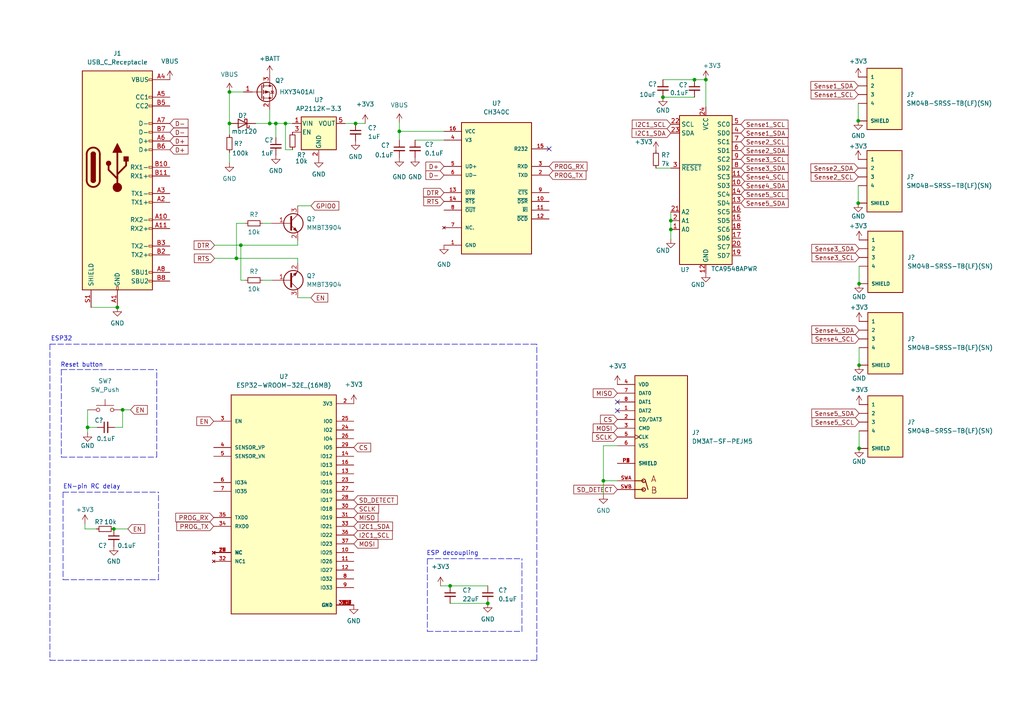
<source format=kicad_sch>
(kicad_sch (version 20211123) (generator eeschema)
  (paper "A4")
  (lib_symbols
    (symbol "CH340C:CH340C" (pin_names (offset 1.016))
      (property "Reference" "U" (at -10.16 20.955 0))
      (property "Value" "CH340C" (at -10.16 -20.32 0))
      (symbol "CH340C_0_0"
        (rectangle (start -10.16 -17.78) (end 10.16 20.32) (stroke (width 0.254)) (fill (type background)))
        (pin power_in line (at 15.24 -15.24 180) (length 5.08) (name "GND") (number "1"))
        (pin input line (at -15.24 -2.54 0) (length 5.08) (name "~{DSR}") (number "10"))
        (pin input line (at -15.24 -5.08 0) (length 5.08) (name "~{RI}") (number "11"))
        (pin input line (at -15.24 -7.62 0) (length 5.08) (name "~{DCD}") (number "12"))
        (pin output line (at 15.24 0 180) (length 5.08) (name "~{DTR}") (number "13"))
        (pin output line (at 15.24 -2.54 180) (length 5.08) (name "~{RTS}") (number "14"))
        (pin input line (at -15.24 12.7 0) (length 5.08) (name "R232") (number "15"))
        (pin power_in line (at 15.24 17.78 180) (length 5.08) (name "VCC") (number "16"))
        (pin output line (at -15.24 5.08 0) (length 5.08) (name "TXD") (number "2"))
        (pin input line (at -15.24 7.62 0) (length 5.08) (name "RXD") (number "3"))
        (pin power_in line (at 15.24 15.24 180) (length 5.08) (name "V3") (number "4"))
        (pin bidirectional line (at 15.24 7.62 180) (length 5.08) (name "UD+") (number "5"))
        (pin bidirectional line (at 15.24 5.08 180) (length 5.08) (name "UD-") (number "6"))
        (pin no_connect line (at 15.24 -10.16 180) (length 5.08) (name "NC.") (number "7"))
        (pin output line (at 15.24 -5.08 180) (length 5.08) (name "~{OUT}") (number "8"))
        (pin input line (at -15.24 0 0) (length 5.08) (name "~{CTS}") (number "9"))
      )
    )
    (symbol "Connector:USB_C_Receptacle" (pin_names (offset 1.016))
      (property "Reference" "J" (at -10.16 29.21 0))
      (property "Value" "USB_C_Receptacle" (at 10.16 29.21 0))
      (symbol "USB_C_Receptacle_0_0"
        (rectangle (start -0.254 -35.56) (end 0.254 -34.544))
        (rectangle (start 10.16 -32.766) (end 9.144 -33.274))
        (rectangle (start 10.16 -30.226) (end 9.144 -30.734))
        (rectangle (start 10.16 -25.146) (end 9.144 -25.654))
        (rectangle (start 10.16 -22.606) (end 9.144 -23.114))
        (rectangle (start 10.16 -17.526) (end 9.144 -18.034))
        (rectangle (start 10.16 -14.986) (end 9.144 -15.494))
        (rectangle (start 10.16 -9.906) (end 9.144 -10.414))
        (rectangle (start 10.16 -7.366) (end 9.144 -7.874))
        (rectangle (start 10.16 -2.286) (end 9.144 -2.794))
        (rectangle (start 10.16 0.254) (end 9.144 -0.254))
        (rectangle (start 10.16 5.334) (end 9.144 4.826))
        (rectangle (start 10.16 7.874) (end 9.144 7.366))
        (rectangle (start 10.16 10.414) (end 9.144 9.906))
        (rectangle (start 10.16 12.954) (end 9.144 12.446))
        (rectangle (start 10.16 18.034) (end 9.144 17.526))
        (rectangle (start 10.16 20.574) (end 9.144 20.066))
        (rectangle (start 10.16 25.654) (end 9.144 25.146))
      )
      (symbol "USB_C_Receptacle_0_1"
        (rectangle (start -10.16 27.94) (end 10.16 -35.56) (stroke (width 0.254)) (fill (type background)))
        (arc (start -8.89 -3.81) (mid -6.985 -5.715) (end -5.08 -3.81) (stroke (width 0.508)))
        (arc (start -7.62 -3.81) (mid -6.985 -4.445) (end -6.35 -3.81) (stroke (width 0.254)))
        (arc (start -7.62 -3.81) (mid -6.985 -4.445) (end -6.35 -3.81) (stroke (width 0.254)) (fill (type outline)))
        (rectangle (start -7.62 -3.81) (end -6.35 3.81) (stroke (width 0.254)) (fill (type outline)))
        (arc (start -6.35 3.81) (mid -6.985 4.445) (end -7.62 3.81) (stroke (width 0.254)))
        (arc (start -6.35 3.81) (mid -6.985 4.445) (end -7.62 3.81) (stroke (width 0.254)) (fill (type outline)))
        (arc (start -5.08 3.81) (mid -6.985 5.715) (end -8.89 3.81) (stroke (width 0.508)))
        (polyline (pts (xy -8.89 -3.81) (xy -8.89 3.81)) (stroke (width 0.508)))
        (polyline (pts (xy -5.08 3.81) (xy -5.08 -3.81)) (stroke (width 0.508)))
      )
      (symbol "USB_C_Receptacle_1_1"
        (circle (center -2.54 1.143) (radius 0.635) (stroke (width 0.254)) (fill (type outline)))
        (circle (center 0 -5.842) (radius 1.27) (fill (type outline)))
        (polyline (pts (xy 0 -5.842) (xy 0 4.318)) (stroke (width 0.508)))
        (polyline (pts (xy 0 -3.302) (xy -2.54 -0.762) (xy -2.54 0.508)) (stroke (width 0.508)))
        (polyline (pts (xy 0 -2.032) (xy 2.54 0.508) (xy 2.54 1.778)) (stroke (width 0.508)))
        (polyline (pts (xy -1.27 4.318) (xy 0 6.858) (xy 1.27 4.318) (xy -1.27 4.318)) (stroke (width 0.254)) (fill (type outline)))
        (rectangle (start 1.905 1.778) (end 3.175 3.048) (stroke (width 0.254)) (fill (type outline)))
        (pin passive line (at 0 -40.64 90) (length 5.08) (name "GND") (number "A1"))
        (pin bidirectional line (at 15.24 -15.24 180) (length 5.08) (name "RX2-") (number "A10"))
        (pin bidirectional line (at 15.24 -17.78 180) (length 5.08) (name "RX2+") (number "A11"))
        (pin passive line (at 0 -40.64 90) (length 5.08) hide (name "GND") (number "A12"))
        (pin bidirectional line (at 15.24 -10.16 180) (length 5.08) (name "TX1+") (number "A2"))
        (pin bidirectional line (at 15.24 -7.62 180) (length 5.08) (name "TX1-") (number "A3"))
        (pin passive line (at 15.24 25.4 180) (length 5.08) (name "VBUS") (number "A4"))
        (pin bidirectional line (at 15.24 20.32 180) (length 5.08) (name "CC1") (number "A5"))
        (pin bidirectional line (at 15.24 7.62 180) (length 5.08) (name "D+") (number "A6"))
        (pin bidirectional line (at 15.24 12.7 180) (length 5.08) (name "D-") (number "A7"))
        (pin bidirectional line (at 15.24 -30.48 180) (length 5.08) (name "SBU1") (number "A8"))
        (pin passive line (at 15.24 25.4 180) (length 5.08) hide (name "VBUS") (number "A9"))
        (pin passive line (at 0 -40.64 90) (length 5.08) hide (name "GND") (number "B1"))
        (pin bidirectional line (at 15.24 0 180) (length 5.08) (name "RX1-") (number "B10"))
        (pin bidirectional line (at 15.24 -2.54 180) (length 5.08) (name "RX1+") (number "B11"))
        (pin passive line (at 0 -40.64 90) (length 5.08) hide (name "GND") (number "B12"))
        (pin bidirectional line (at 15.24 -25.4 180) (length 5.08) (name "TX2+") (number "B2"))
        (pin bidirectional line (at 15.24 -22.86 180) (length 5.08) (name "TX2-") (number "B3"))
        (pin passive line (at 15.24 25.4 180) (length 5.08) hide (name "VBUS") (number "B4"))
        (pin bidirectional line (at 15.24 17.78 180) (length 5.08) (name "CC2") (number "B5"))
        (pin bidirectional line (at 15.24 5.08 180) (length 5.08) (name "D+") (number "B6"))
        (pin bidirectional line (at 15.24 10.16 180) (length 5.08) (name "D-") (number "B7"))
        (pin bidirectional line (at 15.24 -33.02 180) (length 5.08) (name "SBU2") (number "B8"))
        (pin passive line (at 15.24 25.4 180) (length 5.08) hide (name "VBUS") (number "B9"))
        (pin passive line (at -7.62 -40.64 90) (length 5.08) (name "SHIELD") (number "S1"))
      )
    )
    (symbol "DM3AT-SF-PEJM5:DM3AT-SF-PEJM5" (pin_names (offset 1.016))
      (property "Reference" "J" (at -7.62 18.3148 0))
      (property "Value" "DM3AT-SF-PEJM5" (at -7.62 -20.8538 0))
      (symbol "DM3AT-SF-PEJM5_0_0"
        (rectangle (start -7.62 -17.78) (end 7.62 17.78) (stroke (width 0.254)) (fill (type background)))
        (circle (center -5.08 -15.24) (radius 0.508) (stroke (width 0.254)))
        (circle (center -5.08 -12.7) (radius 0.508) (stroke (width 0.254)))
        (polyline (pts (xy -7.62 -15.24) (xy -5.08 -15.24)) (stroke (width 0.254)))
        (polyline (pts (xy -7.62 -12.7) (xy -5.08 -12.7)) (stroke (width 0.254)))
        (polyline (pts (xy -4.572 -12.7) (xy -3.81 -15.24)) (stroke (width 0.254)))
        (text "A" (at -3.048 -13.208 0) (effects (font (size 1.778 1.778)) (justify left bottom)))
        (text "B" (at -3.048 -16.51 0) (effects (font (size 1.778 1.778)) (justify left bottom)))
        (pin bidirectional line (at -12.7 7.62 0) (length 5.08) (name "DAT2") (number "1"))
        (pin bidirectional line (at -12.7 5.08 0) (length 5.08) (name "CD/DAT3") (number "2"))
        (pin bidirectional line (at -12.7 2.54 0) (length 5.08) (name "CMD") (number "3"))
        (pin power_in line (at -12.7 15.24 0) (length 5.08) (name "VDD") (number "4"))
        (pin bidirectional clock (at -12.7 0 0) (length 5.08) (name "CLK") (number "5"))
        (pin power_in line (at -12.7 -2.54 0) (length 5.08) (name "VSS") (number "6"))
        (pin bidirectional line (at -12.7 12.7 0) (length 5.08) (name "DAT0") (number "7"))
        (pin bidirectional line (at -12.7 10.16 0) (length 5.08) (name "DAT1") (number "8"))
        (pin passive line (at -12.7 -7.62 0) (length 5.08) (name "SHIELD") (number "P1"))
        (pin passive line (at -12.7 -7.62 0) (length 5.08) (name "SHIELD") (number "P2"))
        (pin passive line (at -12.7 -7.62 0) (length 5.08) (name "SHIELD") (number "P3"))
        (pin passive line (at -12.7 -7.62 0) (length 5.08) (name "SHIELD") (number "P4"))
        (pin bidirectional line (at -12.7 -12.7 0) (length 5.08) (name "~") (number "SWA"))
        (pin bidirectional line (at -12.7 -15.24 0) (length 5.08) (name "~") (number "SWB"))
      )
    )
    (symbol "Device:C_Small" (pin_numbers hide) (pin_names (offset 0.254) hide)
      (property "Reference" "C" (at 0.254 1.778 0))
      (property "Value" "C_Small" (at 0.254 -2.032 0))
      (symbol "C_Small_0_1"
        (polyline (pts (xy -1.524 -0.508) (xy 1.524 -0.508)) (stroke (width 0.3302)))
        (polyline (pts (xy -1.524 0.508) (xy 1.524 0.508)) (stroke (width 0.3048)))
      )
      (symbol "C_Small_1_1"
        (pin passive line (at 0 2.54 270) (length 2.032) (name "~") (number "1"))
        (pin passive line (at 0 -2.54 90) (length 2.032) (name "~") (number "2"))
      )
    )
    (symbol "Device:D_Schottky" (pin_numbers hide) (pin_names (offset 1.016) hide)
      (property "Reference" "D" (at 0 2.54 0))
      (property "Value" "D_Schottky" (at 0 -2.54 0))
      (symbol "D_Schottky_0_1"
        (polyline (pts (xy 1.27 0) (xy -1.27 0)))
        (polyline (pts (xy 1.27 1.27) (xy 1.27 -1.27) (xy -1.27 0) (xy 1.27 1.27)) (stroke (width 0.254)))
        (polyline (pts (xy -1.905 0.635) (xy -1.905 1.27) (xy -1.27 1.27) (xy -1.27 -1.27) (xy -0.635 -1.27) (xy -0.635 -0.635)) (stroke (width 0.254)))
      )
      (symbol "D_Schottky_1_1"
        (pin passive line (at -3.81 0 0) (length 2.54) (name "K") (number "1"))
        (pin passive line (at 3.81 0 180) (length 2.54) (name "A") (number "2"))
      )
    )
    (symbol "Device:R_Small" (pin_numbers hide) (pin_names (offset 0.254) hide)
      (property "Reference" "R" (at 0.762 0.508 0))
      (property "Value" "R_Small" (at 0.762 -1.016 0))
      (symbol "R_Small_0_1"
        (rectangle (start -0.762 1.778) (end 0.762 -1.778) (stroke (width 0.2032)))
      )
      (symbol "R_Small_1_1"
        (pin passive line (at 0 2.54 270) (length 0.762) (name "~") (number "1"))
        (pin passive line (at 0 -2.54 90) (length 0.762) (name "~") (number "2"))
      )
    )
    (symbol "ESP32-WROOM-32E__16MB_:ESP32-WROOM-32E_(16MB)" (pin_names (offset 1.016))
      (property "Reference" "U" (at -15.24 33.909 0))
      (property "Value" "ESP32-WROOM-32E_(16MB)" (at -15.24 -33.02 0))
      (symbol "ESP32-WROOM-32E_(16MB)_0_0"
        (rectangle (start -15.24 -30.48) (end 15.24 33.02) (stroke (width 0.254)) (fill (type background)))
        (pin power_in line (at 20.32 -27.94 180) (length 5.08) (name "GND") (number "1"))
        (pin bidirectional line (at 20.32 -12.7 180) (length 5.08) (name "IO25") (number "10"))
        (pin bidirectional line (at 20.32 -15.24 180) (length 5.08) (name "IO26") (number "11"))
        (pin bidirectional line (at 20.32 -17.78 180) (length 5.08) (name "IO27") (number "12"))
        (pin bidirectional line (at 20.32 10.16 180) (length 5.08) (name "IO14") (number "13"))
        (pin bidirectional line (at 20.32 15.24 180) (length 5.08) (name "IO12") (number "14"))
        (pin power_in line (at 20.32 -27.94 180) (length 5.08) (name "GND") (number "15"))
        (pin bidirectional line (at 20.32 12.7 180) (length 5.08) (name "IO13") (number "16"))
        (pin no_connect line (at -20.32 -12.7 0) (length 5.08) (name "NC") (number "17"))
        (pin no_connect line (at -20.32 -12.7 0) (length 5.08) (name "NC") (number "18"))
        (pin no_connect line (at -20.32 -12.7 0) (length 5.08) (name "NC") (number "19"))
        (pin power_in line (at 20.32 30.48 180) (length 5.08) (name "3V3") (number "2"))
        (pin no_connect line (at -20.32 -12.7 0) (length 5.08) (name "NC") (number "20"))
        (pin no_connect line (at -20.32 -12.7 0) (length 5.08) (name "NC") (number "21"))
        (pin no_connect line (at -20.32 -12.7 0) (length 5.08) (name "NC") (number "22"))
        (pin bidirectional line (at 20.32 7.62 180) (length 5.08) (name "IO15") (number "23"))
        (pin bidirectional line (at 20.32 22.86 180) (length 5.08) (name "IO2") (number "24"))
        (pin bidirectional line (at 20.32 25.4 180) (length 5.08) (name "IO0") (number "25"))
        (pin bidirectional line (at 20.32 20.32 180) (length 5.08) (name "IO4") (number "26"))
        (pin bidirectional line (at 20.32 5.08 180) (length 5.08) (name "IO16") (number "27"))
        (pin bidirectional line (at 20.32 2.54 180) (length 5.08) (name "IO17") (number "28"))
        (pin bidirectional line (at 20.32 17.78 180) (length 5.08) (name "IO5") (number "29"))
        (pin input line (at -20.32 25.4 0) (length 5.08) (name "EN") (number "3"))
        (pin bidirectional line (at 20.32 0 180) (length 5.08) (name "IO18") (number "30"))
        (pin bidirectional line (at 20.32 -2.54 180) (length 5.08) (name "IO19") (number "31"))
        (pin no_connect line (at -20.32 -15.24 0) (length 5.08) (name "NC1") (number "32"))
        (pin bidirectional line (at 20.32 -5.08 180) (length 5.08) (name "IO21") (number "33"))
        (pin bidirectional line (at -20.32 -5.08 0) (length 5.08) (name "RXD0") (number "34"))
        (pin bidirectional line (at -20.32 -2.54 0) (length 5.08) (name "TXD0") (number "35"))
        (pin bidirectional line (at 20.32 -7.62 180) (length 5.08) (name "IO22") (number "36"))
        (pin bidirectional line (at 20.32 -10.16 180) (length 5.08) (name "IO23") (number "37"))
        (pin power_in line (at 20.32 -27.94 180) (length 5.08) (name "GND") (number "38"))
        (pin power_in line (at 20.32 -27.94 180) (length 5.08) (name "GND") (number "39_1"))
        (pin power_in line (at 20.32 -27.94 180) (length 5.08) (name "GND") (number "39_2"))
        (pin power_in line (at 20.32 -27.94 180) (length 5.08) (name "GND") (number "39_3"))
        (pin power_in line (at 20.32 -27.94 180) (length 5.08) (name "GND") (number "39_4"))
        (pin power_in line (at 20.32 -27.94 180) (length 5.08) (name "GND") (number "39_5"))
        (pin power_in line (at 20.32 -27.94 180) (length 5.08) (name "GND") (number "39_6"))
        (pin power_in line (at 20.32 -27.94 180) (length 5.08) (name "GND") (number "39_7"))
        (pin power_in line (at 20.32 -27.94 180) (length 5.08) (name "GND") (number "39_8"))
        (pin power_in line (at 20.32 -27.94 180) (length 5.08) (name "GND") (number "39_9"))
        (pin input line (at -20.32 17.78 0) (length 5.08) (name "SENSOR_VP") (number "4"))
        (pin input line (at -20.32 15.24 0) (length 5.08) (name "SENSOR_VN") (number "5"))
        (pin input line (at -20.32 7.62 0) (length 5.08) (name "IO34") (number "6"))
        (pin input line (at -20.32 5.08 0) (length 5.08) (name "IO35") (number "7"))
        (pin bidirectional line (at 20.32 -20.32 180) (length 5.08) (name "IO32") (number "8"))
        (pin bidirectional line (at 20.32 -22.86 180) (length 5.08) (name "IO33") (number "9"))
      )
    )
    (symbol "Interface_Expansion:TCA9548APWR"
      (property "Reference" "U" (at -7.62 21.59 0))
      (property "Value" "TCA9548APWR" (at 1.016 21.59 0))
      (symbol "TCA9548APWR_0_1"
        (rectangle (start -7.62 20.32) (end 7.62 -22.86) (stroke (width 0.254)) (fill (type background)))
      )
      (symbol "TCA9548APWR_1_1"
        (pin input line (at -10.16 -12.7 0) (length 2.54) (name "A0") (number "1"))
        (pin bidirectional line (at 10.16 0 180) (length 2.54) (name "SD3") (number "10"))
        (pin output line (at 10.16 2.54 180) (length 2.54) (name "SC3") (number "11"))
        (pin power_in line (at 0 -25.4 90) (length 2.54) (name "GND") (number "12"))
        (pin bidirectional line (at 10.16 -5.08 180) (length 2.54) (name "SD4") (number "13"))
        (pin output line (at 10.16 -2.54 180) (length 2.54) (name "SC4") (number "14"))
        (pin bidirectional line (at 10.16 -10.16 180) (length 2.54) (name "SD5") (number "15"))
        (pin output line (at 10.16 -7.62 180) (length 2.54) (name "SC5") (number "16"))
        (pin bidirectional line (at 10.16 -15.24 180) (length 2.54) (name "SD6") (number "17"))
        (pin output line (at 10.16 -12.7 180) (length 2.54) (name "SC6") (number "18"))
        (pin bidirectional line (at 10.16 -20.32 180) (length 2.54) (name "SD7") (number "19"))
        (pin input line (at -10.16 -10.16 0) (length 2.54) (name "A1") (number "2"))
        (pin output line (at 10.16 -17.78 180) (length 2.54) (name "SC7") (number "20"))
        (pin input line (at -10.16 -7.62 0) (length 2.54) (name "A2") (number "21"))
        (pin input line (at -10.16 17.78 0) (length 2.54) (name "SCL") (number "22"))
        (pin bidirectional line (at -10.16 15.24 0) (length 2.54) (name "SDA") (number "23"))
        (pin power_in line (at 0 22.86 270) (length 2.54) (name "VCC") (number "24"))
        (pin input line (at -10.16 5.08 0) (length 2.54) (name "~{RESET}") (number "3"))
        (pin bidirectional line (at 10.16 15.24 180) (length 2.54) (name "SD0") (number "4"))
        (pin output line (at 10.16 17.78 180) (length 2.54) (name "SC0") (number "5"))
        (pin bidirectional line (at 10.16 10.16 180) (length 2.54) (name "SD1") (number "6"))
        (pin output line (at 10.16 12.7 180) (length 2.54) (name "SC1") (number "7"))
        (pin bidirectional line (at 10.16 5.08 180) (length 2.54) (name "SD2") (number "8"))
        (pin output line (at 10.16 7.62 180) (length 2.54) (name "SC2") (number "9"))
      )
    )
    (symbol "Regulator_Linear:AP2112K-3.3" (pin_names (offset 0.254))
      (property "Reference" "U" (at -5.08 5.715 0))
      (property "Value" "AP2112K-3.3" (at 0 5.715 0))
      (symbol "AP2112K-3.3_0_1"
        (rectangle (start -5.08 4.445) (end 5.08 -5.08) (stroke (width 0.254)) (fill (type background)))
      )
      (symbol "AP2112K-3.3_1_1"
        (pin power_in line (at -7.62 2.54 0) (length 2.54) (name "VIN") (number "1"))
        (pin power_in line (at 0 -7.62 90) (length 2.54) (name "GND") (number "2"))
        (pin input line (at -7.62 0 0) (length 2.54) (name "EN") (number "3"))
        (pin no_connect line (at 5.08 0 180) (length 2.54) hide (name "NC") (number "4"))
        (pin power_out line (at 7.62 2.54 180) (length 2.54) (name "VOUT") (number "5"))
      )
    )
    (symbol "SM04B-SRSS-TB_LF__SN_:SM04B-SRSS-TB(LF)(SN)" (pin_numbers hide) (pin_names (offset 1.016))
      (property "Reference" "J" (at -5.08 8.1534 0))
      (property "Value" "SM04B-SRSS-TB(LF)(SN)" (at -5.08 -11.9634 0))
      (symbol "SM04B-SRSS-TB(LF)(SN)_0_0"
        (rectangle (start -5.08 -10.16) (end 5.08 7.62) (stroke (width 0.254)) (fill (type background)))
        (pin passive line (at -7.62 5.08 0) (length 2.54) (name "1") (number "1"))
        (pin passive line (at -7.62 2.54 0) (length 2.54) (name "2") (number "2"))
        (pin passive line (at -7.62 0 0) (length 2.54) (name "3") (number "3"))
        (pin passive line (at -7.62 -2.54 0) (length 2.54) (name "4") (number "4"))
        (pin passive line (at -7.62 -7.62 0) (length 2.54) (name "SHIELD") (number "S1"))
        (pin passive line (at -7.62 -7.62 0) (length 2.54) (name "SHIELD") (number "S2"))
      )
    )
    (symbol "Switch:SW_Push" (pin_numbers hide) (pin_names (offset 1.016) hide)
      (property "Reference" "SW" (at 1.27 2.54 0))
      (property "Value" "SW_Push" (at 0 -1.524 0))
      (symbol "SW_Push_0_1"
        (circle (center -2.032 0) (radius 0.508))
        (polyline (pts (xy 0 1.27) (xy 0 3.048)))
        (polyline (pts (xy 2.54 1.27) (xy -2.54 1.27)))
        (circle (center 2.032 0) (radius 0.508))
        (pin passive line (at -5.08 0 0) (length 2.54) (name "1") (number "1"))
        (pin passive line (at 5.08 0 180) (length 2.54) (name "2") (number "2"))
      )
    )
    (symbol "Transistor_BJT:MMBT3904" (pin_names (offset 0) hide)
      (property "Reference" "Q" (at 5.08 1.905 0))
      (property "Value" "MMBT3904" (at 5.08 0 0))
      (symbol "MMBT3904_0_1"
        (polyline (pts (xy 0.635 0.635) (xy 2.54 2.54)))
        (polyline (pts (xy 0.635 -0.635) (xy 2.54 -2.54) (xy 2.54 -2.54)))
        (polyline (pts (xy 0.635 1.905) (xy 0.635 -1.905) (xy 0.635 -1.905)) (stroke (width 0.508)))
        (polyline (pts (xy 1.27 -1.778) (xy 1.778 -1.27) (xy 2.286 -2.286) (xy 1.27 -1.778) (xy 1.27 -1.778)) (fill (type outline)))
        (circle (center 1.27 0) (radius 2.8194) (stroke (width 0.254)))
      )
      (symbol "MMBT3904_1_1"
        (pin input line (at -5.08 0 0) (length 5.715) (name "B") (number "1"))
        (pin passive line (at 2.54 -5.08 90) (length 2.54) (name "E") (number "2"))
        (pin passive line (at 2.54 5.08 270) (length 2.54) (name "C") (number "3"))
      )
    )
    (symbol "Transistor_FET:AO3401A" (pin_names hide)
      (property "Reference" "Q" (at 5.08 1.905 0))
      (property "Value" "AO3401A" (at 5.08 0 0))
      (symbol "AO3401A_0_1"
        (polyline (pts (xy 0.254 0) (xy -2.54 0)))
        (polyline (pts (xy 0.254 1.905) (xy 0.254 -1.905)) (stroke (width 0.254)))
        (polyline (pts (xy 0.762 -1.27) (xy 0.762 -2.286)) (stroke (width 0.254)))
        (polyline (pts (xy 0.762 0.508) (xy 0.762 -0.508)) (stroke (width 0.254)))
        (polyline (pts (xy 0.762 2.286) (xy 0.762 1.27)) (stroke (width 0.254)))
        (polyline (pts (xy 2.54 2.54) (xy 2.54 1.778)))
        (polyline (pts (xy 2.54 -2.54) (xy 2.54 0) (xy 0.762 0)))
        (polyline (pts (xy 0.762 1.778) (xy 3.302 1.778) (xy 3.302 -1.778) (xy 0.762 -1.778)))
        (polyline (pts (xy 2.286 0) (xy 1.27 0.381) (xy 1.27 -0.381) (xy 2.286 0)) (fill (type outline)))
        (polyline (pts (xy 2.794 -0.508) (xy 2.921 -0.381) (xy 3.683 -0.381) (xy 3.81 -0.254)))
        (polyline (pts (xy 3.302 -0.381) (xy 2.921 0.254) (xy 3.683 0.254) (xy 3.302 -0.381)))
        (circle (center 1.651 0) (radius 2.794) (stroke (width 0.254)))
        (circle (center 2.54 -1.778) (radius 0.254) (fill (type outline)))
        (circle (center 2.54 1.778) (radius 0.254) (fill (type outline)))
      )
      (symbol "AO3401A_1_1"
        (pin input line (at -5.08 0 0) (length 2.54) (name "G") (number "1"))
        (pin passive line (at 2.54 -5.08 90) (length 2.54) (name "S") (number "2"))
        (pin passive line (at 2.54 5.08 270) (length 2.54) (name "D") (number "3"))
      )
    )
    (symbol "power:+3V3" (power) (pin_names (offset 0))
      (property "Value" "+3V3" (at 0 3.556 0))
      (symbol "+3V3_0_1"
        (polyline (pts (xy -0.762 1.27) (xy 0 2.54)))
        (polyline (pts (xy 0 0) (xy 0 2.54)))
        (polyline (pts (xy 0 2.54) (xy 0.762 1.27)))
      )
      (symbol "+3V3_1_1"
        (pin power_in line (at 0 0 90) (length 0) hide (name "+3V3") (number "1"))
      )
    )
    (symbol "power:+BATT" (power) (pin_names (offset 0))
      (property "Value" "+BATT" (at 0 3.556 0))
      (symbol "+BATT_0_1"
        (polyline (pts (xy -0.762 1.27) (xy 0 2.54)))
        (polyline (pts (xy 0 0) (xy 0 2.54)))
        (polyline (pts (xy 0 2.54) (xy 0.762 1.27)))
      )
      (symbol "+BATT_1_1"
        (pin power_in line (at 0 0 90) (length 0) hide (name "+BATT") (number "1"))
      )
    )
    (symbol "power:GND" (power) (pin_names (offset 0))
      (property "Value" "GND" (at 0 -3.81 0))
      (symbol "GND_0_1"
        (polyline (pts (xy 0 0) (xy 0 -1.27) (xy 1.27 -1.27) (xy 0 -2.54) (xy -1.27 -1.27) (xy 0 -1.27)))
      )
      (symbol "GND_1_1"
        (pin power_in line (at 0 0 270) (length 0) hide (name "GND") (number "1"))
      )
    )
    (symbol "power:VBUS" (power) (pin_names (offset 0))
      (property "Value" "VBUS" (at 0 3.81 0))
      (symbol "VBUS_0_1"
        (polyline (pts (xy -0.762 1.27) (xy 0 2.54)))
        (polyline (pts (xy 0 0) (xy 0 2.54)))
        (polyline (pts (xy 0 2.54) (xy 0.762 1.27)))
      )
      (symbol "VBUS_1_1"
        (pin power_in line (at 0 0 90) (length 0) hide (name "VBUS") (number "1"))
      )
    )
  )
  (junction (at 249.174 130.048))
  (junction (at 34.036 89.154))
  (junction (at 80.01 35.814))
  (junction (at 194.564 66.548))
  (junction (at 192.278 28.194))
  (junction (at 141.478 175.006))
  (junction (at 248.92 35.052))
  (junction (at 130.556 169.926))
  (junction (at 248.92 58.928))
  (junction (at 66.548 26.67))
  (junction (at 25.4 123.952))
  (junction (at 201.422 23.114))
  (junction (at 66.548 35.814))
  (junction (at 103.124 35.814))
  (junction (at 249.174 82.296))
  (junction (at 69.85 71.12))
  (junction (at 115.824 38.1))
  (junction (at 68.58 74.93))
  (junction (at 249.174 105.918))
  (junction (at 33.02 153.416))
  (junction (at 78.232 35.814))
  (junction (at 204.724 23.114))
  (junction (at 194.564 64.008))
  (junction (at 175.006 139.446))
  (junction (at 35.56 118.872))
  (junction (at 82.804 35.814))
  (no_connect (at 179.07 116.586))
  (no_connect (at 179.07 119.126))
  (no_connect (at 159.258 43.18))
  (wire (pts (xy 68.58 74.93) (xy 86.36 74.93)))
  (wire (pts (xy 70.612 26.67) (xy 66.548 26.67)))
  (wire (pts (xy 35.56 118.872) (xy 37.846 118.872)))
  (wire (pts (xy 28.194 123.952) (xy 25.4 123.952)))
  (wire (pts (xy 194.564 64.008) (xy 194.564 66.548)))
  (wire (pts (xy 62.23 74.93) (xy 68.58 74.93)))
  (wire (pts (xy 78.232 35.814) (xy 78.232 31.75)))
  (wire (pts (xy 25.4 118.872) (xy 25.4 123.952)))
  (wire (pts (xy 192.278 28.194) (xy 201.422 28.194)))
  (wire (pts (xy 175.006 129.286) (xy 175.006 139.446)))
  (wire (pts (xy 84.836 43.434) (xy 82.804 43.434)))
  (polyline (pts (xy 17.78 107.188) (xy 17.78 132.588)))
  (polyline (pts (xy 151.384 183.134) (xy 151.384 162.052)))
  (wire (pts (xy 82.804 43.434) (xy 82.804 35.814)))
  (wire (pts (xy 204.724 23.114) (xy 204.724 30.988)))
  (wire (pts (xy 62.23 71.12) (xy 69.85 71.12)))
  (wire (pts (xy 86.36 86.36) (xy 90.17 86.36)))
  (polyline (pts (xy 123.952 183.134) (xy 151.384 183.134)))
  (wire (pts (xy 66.548 44.196) (xy 66.548 47.244)))
  (wire (pts (xy 179.07 139.446) (xy 175.006 139.446)))
  (polyline (pts (xy 123.952 162.052) (xy 123.952 183.134)))
  (wire (pts (xy 249.174 77.216) (xy 249.174 82.296)))
  (wire (pts (xy 130.556 175.006) (xy 141.478 175.006)))
  (wire (pts (xy 86.36 71.12) (xy 86.36 69.85)))
  (polyline (pts (xy 18.288 142.748) (xy 18.288 168.148)))
  (wire (pts (xy 74.168 35.814) (xy 78.232 35.814)))
  (wire (pts (xy 33.02 153.416) (xy 37.084 153.416)))
  (wire (pts (xy 86.36 74.93) (xy 86.36 76.2)))
  (wire (pts (xy 115.824 35.56) (xy 115.824 38.1)))
  (wire (pts (xy 86.36 59.69) (xy 90.17 59.69)))
  (wire (pts (xy 190.246 48.768) (xy 194.564 48.768)))
  (polyline (pts (xy 14.478 99.822) (xy 155.702 99.822)))
  (wire (pts (xy 25.4 123.952) (xy 25.4 125.476)))
  (wire (pts (xy 24.638 151.892) (xy 24.638 153.416)))
  (polyline (pts (xy 18.288 168.148) (xy 45.974 168.148)))
  (wire (pts (xy 130.556 169.926) (xy 141.478 169.926)))
  (wire (pts (xy 103.124 35.814) (xy 105.918 35.814)))
  (wire (pts (xy 71.12 64.77) (xy 68.58 64.77)))
  (wire (pts (xy 68.58 64.77) (xy 68.58 74.93)))
  (polyline (pts (xy 155.702 191.516) (xy 155.702 99.822)))
  (wire (pts (xy 80.01 35.814) (xy 82.804 35.814)))
  (wire (pts (xy 100.076 35.814) (xy 103.124 35.814)))
  (wire (pts (xy 192.278 23.114) (xy 201.422 23.114)))
  (polyline (pts (xy 14.478 191.516) (xy 155.702 191.516)))
  (wire (pts (xy 33.274 123.952) (xy 35.56 123.952)))
  (wire (pts (xy 115.824 38.1) (xy 115.824 40.64)))
  (polyline (pts (xy 123.952 162.052) (xy 151.384 162.052)))
  (wire (pts (xy 82.804 35.814) (xy 84.836 35.814)))
  (wire (pts (xy 69.85 81.28) (xy 69.85 71.12)))
  (wire (pts (xy 249.174 100.838) (xy 249.174 105.918)))
  (wire (pts (xy 24.638 153.416) (xy 27.94 153.416)))
  (polyline (pts (xy 45.466 132.588) (xy 45.466 107.188)))
  (wire (pts (xy 35.56 118.872) (xy 35.56 123.952)))
  (wire (pts (xy 179.07 129.286) (xy 175.006 129.286)))
  (wire (pts (xy 248.92 29.972) (xy 248.92 35.052)))
  (wire (pts (xy 66.548 26.67) (xy 66.548 35.814)))
  (wire (pts (xy 66.548 35.814) (xy 66.548 39.116)))
  (wire (pts (xy 175.006 139.446) (xy 175.006 143.51)))
  (wire (pts (xy 76.2 81.28) (xy 78.74 81.28)))
  (wire (pts (xy 201.422 23.114) (xy 204.724 23.114)))
  (wire (pts (xy 194.564 61.468) (xy 194.564 64.008)))
  (wire (pts (xy 194.564 66.548) (xy 194.564 69.342)))
  (polyline (pts (xy 17.78 132.588) (xy 45.466 132.588)))
  (wire (pts (xy 71.12 81.28) (xy 69.85 81.28)))
  (wire (pts (xy 248.92 53.848) (xy 248.92 58.928)))
  (polyline (pts (xy 17.78 107.188) (xy 45.466 107.188)))
  (wire (pts (xy 76.2 64.77) (xy 78.74 64.77)))
  (polyline (pts (xy 18.288 142.748) (xy 45.974 142.748)))
  (wire (pts (xy 78.232 35.814) (xy 80.01 35.814)))
  (wire (pts (xy 69.85 71.12) (xy 86.36 71.12)))
  (wire (pts (xy 80.01 35.814) (xy 80.01 39.878)))
  (wire (pts (xy 127.762 169.926) (xy 130.556 169.926)))
  (polyline (pts (xy 45.974 168.148) (xy 45.974 142.748)))
  (polyline (pts (xy 14.478 99.822) (xy 14.478 191.516)))
  (wire (pts (xy 120.396 40.64) (xy 128.778 40.64)))
  (wire (pts (xy 26.416 89.154) (xy 34.036 89.154)))
  (wire (pts (xy 115.824 38.1) (xy 128.778 38.1)))
  (wire (pts (xy 249.174 124.968) (xy 249.174 130.048)))
  (text "ESP decoupling\n" (at 123.698 161.29 0) (effects (font (size 1.27 1.27)) (justify left bottom)))
  (text "EN-pin RC delay\n" (at 18.288 141.986 0) (effects (font (size 1.27 1.27)) (justify left bottom)))
  (text "Reset button\n" (at 17.526 106.68 0) (effects (font (size 1.27 1.27)) (justify left bottom)))
  (text "ESP32\n" (at 14.732 99.06 0) (effects (font (size 1.27 1.27)) (justify left bottom)))
  (global_label "D+" (shape input) (at 49.276 43.434 0) (property "Intersheet References" "${INTERSHEET_REFS}" (effects hide)))
  (global_label "RTS" (shape input) (at 62.23 74.93 180) (property "Intersheet References" "${INTERSHEET_REFS}" (effects hide)))
  (global_label "PROG_RX" (shape input) (at 61.976 150.114 180) (property "Intersheet References" "${INTERSHEET_REFS}" (effects hide)))
  (global_label "I2C1_SDA" (shape input) (at 102.616 152.654 0) (property "Intersheet References" "${INTERSHEET_REFS}" (effects hide)))
  (global_label "MISO" (shape input) (at 102.616 150.114 0) (property "Intersheet References" "${INTERSHEET_REFS}" (effects hide)))
  (global_label "SD_DETECT" (shape input) (at 102.616 145.034 0) (property "Intersheet References" "${INTERSHEET_REFS}" (effects hide)))
  (global_label "PROG_TX" (shape input) (at 159.258 50.8 0) (property "Intersheet References" "${INTERSHEET_REFS}" (effects hide)))
  (global_label "D+" (shape input) (at 128.778 48.26 180) (property "Intersheet References" "${INTERSHEET_REFS}" (effects hide)))
  (global_label "SCLK" (shape input) (at 102.616 147.574 0) (property "Intersheet References" "${INTERSHEET_REFS}" (effects hide)))
  (global_label "Sense1_SCL" (shape input) (at 248.92 27.432 180) (property "Intersheet References" "${INTERSHEET_REFS}" (effects hide)))
  (global_label "Sense5_SDA" (shape input) (at 214.884 58.928 0) (property "Intersheet References" "${INTERSHEET_REFS}" (effects hide)))
  (global_label "EN" (shape input) (at 90.17 86.36 0) (property "Intersheet References" "${INTERSHEET_REFS}" (effects hide)))
  (global_label "Sense4_SDA" (shape input) (at 249.174 95.758 180) (property "Intersheet References" "${INTERSHEET_REFS}" (effects hide)))
  (global_label "Sense4_SCL" (shape input) (at 214.884 51.308 0) (property "Intersheet References" "${INTERSHEET_REFS}" (effects hide)))
  (global_label "I2C1_SCL" (shape input) (at 102.616 155.194 0) (property "Intersheet References" "${INTERSHEET_REFS}" (effects hide)))
  (global_label "Sense5_SCL" (shape input) (at 214.884 56.388 0) (property "Intersheet References" "${INTERSHEET_REFS}" (effects hide)))
  (global_label "CS" (shape input) (at 179.07 121.666 180) (property "Intersheet References" "${INTERSHEET_REFS}" (effects hide)))
  (global_label "Sense3_SDA" (shape input) (at 214.884 48.768 0) (property "Intersheet References" "${INTERSHEET_REFS}" (effects hide)))
  (global_label "Sense2_SCL" (shape input) (at 214.884 41.148 0) (property "Intersheet References" "${INTERSHEET_REFS}" (effects hide)))
  (global_label "Sense1_SDA" (shape input) (at 248.92 24.892 180) (property "Intersheet References" "${INTERSHEET_REFS}" (effects hide)))
  (global_label "RTS" (shape input) (at 128.778 58.42 180) (property "Intersheet References" "${INTERSHEET_REFS}" (effects hide)))
  (global_label "DTR" (shape input) (at 128.778 55.88 180) (property "Intersheet References" "${INTERSHEET_REFS}" (effects hide)))
  (global_label "Sense3_SCL" (shape input) (at 249.174 74.676 180) (property "Intersheet References" "${INTERSHEET_REFS}" (effects hide)))
  (global_label "GPIO0" (shape input) (at 90.17 59.69 0) (property "Intersheet References" "${INTERSHEET_REFS}" (effects hide)))
  (global_label "Sense4_SDA" (shape input) (at 214.884 53.848 0) (property "Intersheet References" "${INTERSHEET_REFS}" (effects hide)))
  (global_label "DTR" (shape input) (at 62.23 71.12 180) (property "Intersheet References" "${INTERSHEET_REFS}" (effects hide)))
  (global_label "SD_DETECT" (shape input) (at 179.07 141.986 180) (property "Intersheet References" "${INTERSHEET_REFS}" (effects hide)))
  (global_label "Sense3_SCL" (shape input) (at 214.884 46.228 0) (property "Intersheet References" "${INTERSHEET_REFS}" (effects hide)))
  (global_label "Sense5_SCL" (shape input) (at 249.174 122.428 180) (property "Intersheet References" "${INTERSHEET_REFS}" (effects hide)))
  (global_label "SCLK" (shape input) (at 179.07 126.746 180) (property "Intersheet References" "${INTERSHEET_REFS}" (effects hide)))
  (global_label "EN" (shape input) (at 61.976 122.174 180) (property "Intersheet References" "${INTERSHEET_REFS}" (effects hide)))
  (global_label "EN" (shape input) (at 37.846 118.872 0) (property "Intersheet References" "${INTERSHEET_REFS}" (effects hide)))
  (global_label "D-" (shape input) (at 49.276 38.354 0) (property "Intersheet References" "${INTERSHEET_REFS}" (effects hide)))
  (global_label "Sense5_SDA" (shape input) (at 249.174 119.888 180) (property "Intersheet References" "${INTERSHEET_REFS}" (effects hide)))
  (global_label "PROG_TX" (shape input) (at 61.976 152.654 180) (property "Intersheet References" "${INTERSHEET_REFS}" (effects hide)))
  (global_label "I2C1_SDA" (shape input) (at 194.564 38.608 180) (property "Intersheet References" "${INTERSHEET_REFS}" (effects hide)))
  (global_label "D+" (shape input) (at 49.276 40.894 0) (property "Intersheet References" "${INTERSHEET_REFS}" (effects hide)))
  (global_label "I2C1_SCL" (shape input) (at 194.564 36.068 180) (property "Intersheet References" "${INTERSHEET_REFS}" (effects hide)))
  (global_label "Sense2_SCL" (shape input) (at 248.92 51.308 180) (property "Intersheet References" "${INTERSHEET_REFS}" (effects hide)))
  (global_label "Sense1_SDA" (shape input) (at 214.884 38.608 0) (property "Intersheet References" "${INTERSHEET_REFS}" (effects hide)))
  (global_label "Sense4_SCL" (shape input) (at 249.174 98.298 180) (property "Intersheet References" "${INTERSHEET_REFS}" (effects hide)))
  (global_label "D-" (shape input) (at 49.276 35.814 0) (property "Intersheet References" "${INTERSHEET_REFS}" (effects hide)))
  (global_label "CS" (shape input) (at 102.616 129.794 0) (property "Intersheet References" "${INTERSHEET_REFS}" (effects hide)))
  (global_label "MOSI" (shape input) (at 102.616 157.734 0) (property "Intersheet References" "${INTERSHEET_REFS}" (effects hide)))
  (global_label "Sense3_SDA" (shape input) (at 249.174 72.136 180) (property "Intersheet References" "${INTERSHEET_REFS}" (effects hide)))
  (global_label "Sense2_SDA" (shape input) (at 248.92 48.768 180) (property "Intersheet References" "${INTERSHEET_REFS}" (effects hide)))
  (global_label "EN" (shape input) (at 37.084 153.416 0) (property "Intersheet References" "${INTERSHEET_REFS}" (effects hide)))
  (global_label "MOSI" (shape input) (at 179.07 124.206 180) (property "Intersheet References" "${INTERSHEET_REFS}" (effects hide)))
  (global_label "D-" (shape input) (at 128.778 50.8 180) (property "Intersheet References" "${INTERSHEET_REFS}" (effects hide)))
  (global_label "Sense2_SDA" (shape input) (at 214.884 43.688 0) (property "Intersheet References" "${INTERSHEET_REFS}" (effects hide)))
  (global_label "PROG_RX" (shape input) (at 159.258 48.26 0) (property "Intersheet References" "${INTERSHEET_REFS}" (effects hide)))
  (global_label "Sense1_SCL" (shape input) (at 214.884 36.068 0) (property "Intersheet References" "${INTERSHEET_REFS}" (effects hide)))
  (global_label "MISO" (shape input) (at 179.07 114.046 180) (property "Intersheet References" "${INTERSHEET_REFS}" (effects hide)))
  (symbol (lib_id "power:+3V3") (at 249.174 93.218 0) (unit 1)
    (property "Reference" "#PWR?" (effects hide))
    (property "Value" "+3V3" (at 249.174 89.154 0))
  )
  (symbol (lib_id "SM04B-SRSS-TB_LF__SN_:SM04B-SRSS-TB(LF)(SN)") (at 256.794 74.676 0) (unit 1)
    (property "Reference" "J?" (at 263.144 74.6759 0) (effects (justify left)))
    (property "Value" "SM04B-SRSS-TB(LF)(SN)" (at 263.144 77.2159 0) (effects (justify left)))
    (property "Footprint" "JST_SM04B-SRSS-TB(LF)(SN)" (effects hide))
    (property "MANUFACTURER" "JST" (effects hide))
    (property "STANDARD" "Manufacturer recommendations" (effects hide))
  )
  (symbol (lib_id "power:GND") (at 194.564 69.342 0) (unit 1)
    (property "Reference" "#PWR?" (effects hide))
    (property "Value" "GND" (at 192.278 72.644 0))
  )
  (symbol (lib_id "power:GND") (at 92.456 45.974 0) (unit 1)
    (property "Reference" "#PWR?" (effects hide))
    (property "Value" "GND" (at 92.456 50.546 0))
  )
  (symbol (lib_id "Device:R_Small") (at 73.66 64.77 90) (unit 1)
    (property "Reference" "R?" (at 73.66 62.23 90))
    (property "Value" "10k" (at 73.66 67.31 90))
  )
  (symbol (lib_id "power:VBUS") (at 115.824 35.56 0) (unit 1)
    (property "Reference" "#PWR?" (effects hide))
    (property "Value" "VBUS" (at 115.824 30.48 0))
  )
  (symbol (lib_id "power:GND") (at 66.548 47.244 0) (unit 1)
    (property "Reference" "#PWR?" (effects hide))
    (property "Value" "GND" (at 66.548 51.816 0))
  )
  (symbol (lib_id "power:GND") (at 120.396 45.72 0) (unit 1)
    (property "Reference" "#PWR?" (effects hide))
    (property "Value" "GND" (at 120.396 51.308 0))
  )
  (symbol (lib_id "power:GND") (at 128.778 71.12 0) (mirror y) (unit 1)
    (property "Reference" "#PWR?" (effects hide))
    (property "Value" "GND" (at 128.778 76.708 0))
  )
  (symbol (lib_id "power:+3V3") (at 24.638 151.892 0) (unit 1)
    (property "Reference" "#PWR?" (effects hide))
    (property "Value" "+3V3" (at 24.638 147.828 0))
  )
  (symbol (lib_id "power:+3V3") (at 248.92 46.228 0) (unit 1)
    (property "Reference" "#PWR?" (effects hide))
    (property "Value" "+3V3" (at 248.92 42.418 0))
  )
  (symbol (lib_id "power:GND") (at 249.174 82.296 0) (unit 1)
    (property "Reference" "#PWR?" (effects hide))
    (property "Value" "GND" (at 249.174 86.106 0))
  )
  (symbol (lib_id "Device:R_Small") (at 190.246 46.228 0) (unit 1)
    (property "Reference" "R?" (at 191.77 44.9579 0) (effects (justify left)))
    (property "Value" "7k" (at 191.77 47.4979 0) (effects (justify left)))
  )
  (symbol (lib_id "Connector:USB_C_Receptacle") (at 34.036 48.514 0) (unit 1)
    (property "Reference" "J1" (at 34.036 15.494 0))
    (property "Value" "USB_C_Receptacle" (at 34.036 18.034 0))
    (property "Datasheet" "https://www.usb.org/sites/default/files/documents/usb_type-c.zip" (effects hide))
  )
  (symbol (lib_id "Device:C_Small") (at 141.478 172.466 0) (unit 1)
    (property "Reference" "C?" (at 144.526 171.2022 0) (effects (justify left)))
    (property "Value" "0.1uF" (at 144.526 173.7422 0) (effects (justify left)))
  )
  (symbol (lib_id "Device:C_Small") (at 201.422 25.654 0) (unit 1)
    (property "Reference" "C?" (at 196.85 24.638 0) (effects (justify left)))
    (property "Value" "0.1uF" (at 194.31 26.924 0) (effects (justify left)))
  )
  (symbol (lib_id "power:VBUS") (at 49.276 23.114 0) (unit 1)
    (property "Reference" "#PWR?" (effects hide))
    (property "Value" "VBUS" (at 49.276 17.78 0))
  )
  (symbol (lib_id "Device:C_Small") (at 80.01 42.418 0) (unit 1)
    (property "Reference" "C?" (at 76.708 40.64 0) (effects (justify left)))
    (property "Value" "1uF" (at 75.692 44.45 0) (effects (justify left)))
  )
  (symbol (lib_id "power:VBUS") (at 66.548 26.67 0) (unit 1)
    (property "Reference" "#PWR?" (effects hide))
    (property "Value" "VBUS" (at 66.548 21.59 0))
  )
  (symbol (lib_id "power:GND") (at 141.478 175.006 0) (unit 1)
    (property "Reference" "#PWR?" (effects hide))
    (property "Value" "GND" (at 141.478 179.578 0))
  )
  (symbol (lib_id "power:GND") (at 249.174 130.048 0) (unit 1)
    (property "Reference" "#PWR?" (effects hide))
    (property "Value" "GND" (at 249.174 133.858 0))
  )
  (symbol (lib_id "power:+BATT") (at 78.232 21.59 0) (unit 1)
    (property "Reference" "#PWR?" (effects hide))
    (property "Value" "+BATT" (at 78.232 17.018 0))
  )
  (symbol (lib_id "power:GND") (at 25.4 125.476 0) (unit 1)
    (property "Reference" "#PWR?" (effects hide))
    (property "Value" "GND" (at 25.4 129.286 0))
  )
  (symbol (lib_id "Device:C_Small") (at 130.556 172.466 0) (unit 1)
    (property "Reference" "C?" (at 134.112 171.2022 0) (effects (justify left)))
    (property "Value" "22uF" (at 134.112 173.7422 0) (effects (justify left)))
  )
  (symbol (lib_id "SM04B-SRSS-TB_LF__SN_:SM04B-SRSS-TB(LF)(SN)") (at 256.794 98.298 0) (unit 1)
    (property "Reference" "J?" (at 263.144 98.2979 0) (effects (justify left)))
    (property "Value" "SM04B-SRSS-TB(LF)(SN)" (at 263.144 100.8379 0) (effects (justify left)))
    (property "Footprint" "JST_SM04B-SRSS-TB(LF)(SN)" (effects hide))
    (property "MANUFACTURER" "JST" (effects hide))
    (property "STANDARD" "Manufacturer recommendations" (effects hide))
  )
  (symbol (lib_id "power:GND") (at 102.616 175.514 0) (unit 1)
    (property "Reference" "#PWR?" (effects hide))
    (property "Value" "GND" (at 102.616 180.086 0))
  )
  (symbol (lib_id "SM04B-SRSS-TB_LF__SN_:SM04B-SRSS-TB(LF)(SN)") (at 256.54 51.308 0) (unit 1)
    (property "Reference" "J?" (at 262.89 51.3079 0) (effects (justify left)))
    (property "Value" "SM04B-SRSS-TB(LF)(SN)" (at 262.89 53.8479 0) (effects (justify left)))
    (property "Footprint" "JST_SM04B-SRSS-TB(LF)(SN)" (effects hide))
    (property "MANUFACTURER" "JST" (effects hide))
    (property "STANDARD" "Manufacturer recommendations" (effects hide))
  )
  (symbol (lib_id "power:+3V3") (at 249.174 69.596 0) (unit 1)
    (property "Reference" "#PWR?" (effects hide))
    (property "Value" "+3V3" (at 248.92 65.532 0))
  )
  (symbol (lib_id "power:GND") (at 248.92 35.052 0) (unit 1)
    (property "Reference" "#PWR?" (effects hide))
    (property "Value" "GND" (at 248.92 39.37 0))
  )
  (symbol (lib_id "power:GND") (at 248.92 58.928 0) (unit 1)
    (property "Reference" "#PWR?" (effects hide))
    (property "Value" "GND" (at 248.92 62.738 0))
  )
  (symbol (lib_id "SM04B-SRSS-TB_LF__SN_:SM04B-SRSS-TB(LF)(SN)") (at 256.54 27.432 0) (unit 1)
    (property "Reference" "J?" (at 262.89 27.4319 0) (effects (justify left)))
    (property "Value" "SM04B-SRSS-TB(LF)(SN)" (at 262.89 29.9719 0) (effects (justify left)))
    (property "Footprint" "JST_SM04B-SRSS-TB(LF)(SN)" (effects hide))
    (property "MANUFACTURER" "JST" (effects hide))
    (property "STANDARD" "Manufacturer recommendations" (effects hide))
  )
  (symbol (lib_id "Device:D_Schottky") (at 70.358 35.814 180) (unit 1)
    (property "Reference" "D?" (at 70.358 33.528 0))
    (property "Value" "mbr120" (at 70.866 38.1 0))
  )
  (symbol (lib_id "ESP32-WROOM-32E__16MB_:ESP32-WROOM-32E_(16MB)") (at 82.296 147.574 0) (unit 1)
    (property "Reference" "U?" (at 82.296 109.22 0))
    (property "Value" "ESP32-WROOM-32E_(16MB)" (at 82.296 111.76 0))
    (property "Footprint" "XCVR_ESP32-WROOM-32E_(16MB)" (effects hide))
    (property "MAXIMUM_PACKAGE_HEIGHT" "3.25mm" (effects hide))
    (property "PARTREV" "1.4" (effects hide))
    (property "MANUFACTURER" "Espressif Systems" (effects hide))
    (property "STANDARD" "Manufacturer Recommendations" (effects hide))
  )
  (symbol (lib_id "Regulator_Linear:AP2112K-3.3") (at 92.456 38.354 0) (unit 1)
    (property "Reference" "U?" (at 92.456 28.956 0))
    (property "Value" "AP2112K-3.3" (at 92.456 31.496 0))
    (property "Footprint" "Package_TO_SOT_SMD:SOT-23-5" (effects hide))
    (property "Datasheet" "https://www.diodes.com/assets/Datasheets/AP2112.pdf" (effects hide))
  )
  (symbol (lib_id "Device:R_Small") (at 84.836 40.894 0) (unit 1)
    (property "Reference" "R?" (at 86.106 44.958 0) (effects (justify left)))
    (property "Value" "10k" (at 85.598 46.736 0) (effects (justify left)))
  )
  (symbol (lib_id "power:+3V3") (at 102.616 117.094 0) (unit 1)
    (property "Reference" "#PWR?" (effects hide))
    (property "Value" "+3V3" (at 102.616 111.506 0))
  )
  (symbol (lib_id "power:+3V3") (at 105.918 35.814 0) (unit 1)
    (property "Reference" "#PWR?" (effects hide))
    (property "Value" "+3V3" (at 105.918 30.226 0))
  )
  (symbol (lib_id "power:GND") (at 192.278 28.194 0) (unit 1)
    (property "Reference" "#PWR?" (effects hide))
    (property "Value" "GND" (at 192.278 32.004 0))
  )
  (symbol (lib_id "Device:C_Small") (at 120.396 43.18 0) (unit 1)
    (property "Reference" "C?" (at 123.19 41.9162 0) (effects (justify left)))
    (property "Value" "0.1uF" (at 123.19 44.4562 0) (effects (justify left)))
  )
  (symbol (lib_id "power:GND") (at 115.824 45.72 0) (unit 1)
    (property "Reference" "#PWR?" (effects hide))
    (property "Value" "GND" (at 115.824 51.308 0))
  )
  (symbol (lib_id "power:GND") (at 80.01 44.958 0) (unit 1)
    (property "Reference" "#PWR?" (effects hide))
    (property "Value" "GND" (at 80.01 49.53 0))
  )
  (symbol (lib_id "power:+3V3") (at 179.07 111.506 0) (unit 1)
    (property "Reference" "#PWR?" (effects hide))
    (property "Value" "+3V3" (at 179.07 106.172 0))
  )
  (symbol (lib_id "Transistor_BJT:MMBT3904") (at 83.82 64.77 0) (unit 1)
    (property "Reference" "Q?" (at 88.9 63.4999 0) (effects (justify left)))
    (property "Value" "MMBT3904" (at 88.9 66.0399 0) (effects (justify left)))
    (property "Footprint" "Package_TO_SOT_SMD:SOT-23" (effects hide))
    (property "Datasheet" "https://www.onsemi.com/pub/Collateral/2N3903-D.PDF" (effects hide))
  )
  (symbol (lib_id "power:GND") (at 34.036 89.154 0) (unit 1)
    (property "Reference" "#PWR?" (effects hide))
    (property "Value" "GND" (at 34.036 93.726 0))
  )
  (symbol (lib_id "DM3AT-SF-PEJM5:DM3AT-SF-PEJM5") (at 191.77 126.746 0) (unit 1)
    (property "Reference" "J?" (at 200.66 125.4759 0) (effects (justify left)))
    (property "Value" "DM3AT-SF-PEJM5" (at 200.66 128.0159 0) (effects (justify left)))
    (property "Footprint" "HRS_DM3AT-SF-PEJM5" (effects hide))
    (property "DESCRIPTION" "DM3 RA SMT microSD memory card push/push" (effects hide))
    (property "MF" "Hirose" (effects hide))
    (property "AVAILABILITY" "Unavailable" (effects hide))
    (property "PRICE" "None" (effects hide))
    (property "MP" "DM3AT-SF-PEJM5" (effects hide))
    (property "PACKAGE" "None" (effects hide))
  )
  (symbol (lib_id "power:+3V3") (at 248.92 22.352 0) (unit 1)
    (property "Reference" "#PWR?" (effects hide))
    (property "Value" "+3V3" (at 248.92 17.78 0))
  )
  (symbol (lib_id "power:GND") (at 204.724 79.248 0) (unit 1)
    (property "Reference" "#PWR?" (effects hide))
    (property "Value" "GND" (at 202.438 82.55 0))
  )
  (symbol (lib_id "CH340C:CH340C") (at 144.018 55.88 0) (mirror y) (unit 1)
    (property "Reference" "U?" (at 144.018 29.972 0))
    (property "Value" "CH340C" (at 144.018 32.512 0))
    (property "Footprint" "SOIC127P600X180-16N" (effects hide))
    (property "MAXIMUM_PACKAGE_HEIGHT" "1.8 mm" (effects hide))
    (property "PARTREV" "2G" (effects hide))
    (property "STANDARD" "IPC 7351B" (effects hide))
    (property "MANUFACTURER" "WCH" (effects hide))
  )
  (symbol (lib_id "Device:C_Small") (at 33.02 155.956 0) (unit 1)
    (property "Reference" "C?" (at 28.448 158.242 0) (effects (justify left)))
    (property "Value" "0.1uF" (at 34.036 158.242 0) (effects (justify left)))
  )
  (symbol (lib_id "Device:R_Small") (at 66.548 41.656 0) (unit 1)
    (property "Reference" "R?" (at 67.818 41.656 0) (effects (justify left)))
    (property "Value" "100k" (at 67.31 44.45 0) (effects (justify left)))
  )
  (symbol (lib_id "Device:R_Small") (at 73.66 81.28 90) (unit 1)
    (property "Reference" "R?" (at 73.66 78.74 90))
    (property "Value" "10k" (at 73.66 83.82 90))
  )
  (symbol (lib_id "Transistor_BJT:MMBT3904") (at 83.82 81.28 0) (mirror x) (unit 1)
    (property "Reference" "Q?" (at 88.9 80.0099 0) (effects (justify left)))
    (property "Value" "MMBT3904" (at 88.9 82.5499 0) (effects (justify left)))
    (property "Footprint" "Package_TO_SOT_SMD:SOT-23" (effects hide))
    (property "Datasheet" "https://www.onsemi.com/pub/Collateral/2N3903-D.PDF" (effects hide))
  )
  (symbol (lib_id "Device:R_Small") (at 30.48 153.416 90) (unit 1)
    (property "Reference" "R?" (at 28.702 151.384 90))
    (property "Value" "10k" (at 32.004 151.384 90))
  )
  (symbol (lib_id "power:GND") (at 33.02 158.496 0) (unit 1)
    (property "Reference" "#PWR?" (effects hide))
    (property "Value" "GND" (at 33.02 162.814 0))
  )
  (symbol (lib_id "Device:C_Small") (at 115.824 43.18 0) (unit 1)
    (property "Reference" "C?" (at 110.49 42.164 0) (effects (justify left)))
    (property "Value" "0.1uF" (at 108.712 44.958 0) (effects (justify left)))
  )
  (symbol (lib_id "Transistor_FET:AO3401A") (at 75.692 26.67 0) (unit 1)
    (property "Reference" "Q?" (at 79.756 23.368 0) (effects (justify left)))
    (property "Value" "HXY3401AI" (at 81.026 26.67 0) (effects (justify left)))
    (property "Footprint" "Package_TO_SOT_SMD:SOT-23" (effects hide))
    (property "Datasheet" "http://www.aosmd.com/pdfs/datasheet/AO3401A.pdf" (effects hide))
  )
  (symbol (lib_id "power:+3V3") (at 204.724 23.114 0) (unit 1)
    (property "Reference" "#PWR?" (effects hide))
    (property "Value" "+3V3" (at 206.502 19.05 0))
  )
  (symbol (lib_id "power:GND") (at 103.124 40.894 0) (unit 1)
    (property "Reference" "#PWR?" (effects hide))
    (property "Value" "GND" (at 103.124 45.466 0))
  )
  (symbol (lib_id "power:GND") (at 249.174 105.918 0) (unit 1)
    (property "Reference" "#PWR?" (effects hide))
    (property "Value" "GND" (at 249.174 109.728 0))
  )
  (symbol (lib_id "power:GND") (at 175.006 143.51 0) (unit 1)
    (property "Reference" "#PWR?" (effects hide))
    (property "Value" "GND" (at 175.006 148.082 0))
  )
  (symbol (lib_id "Device:C_Small") (at 192.278 25.654 0) (unit 1)
    (property "Reference" "C?" (at 187.96 24.384 0) (effects (justify left)))
    (property "Value" "10uF" (at 185.42 27.432 0) (effects (justify left)))
  )
  (symbol (lib_id "Interface_Expansion:TCA9548APWR") (at 204.724 53.848 0) (unit 1)
    (property "Reference" "U?" (at 197.358 78.232 0) (effects (justify left)))
    (property "Value" "TCA9548APWR" (at 206.248 77.978 0) (effects (justify left)))
    (property "Footprint" "Package_SO:TSSOP-24_4.4x7.8mm_P0.65mm" (effects hide))
    (property "Datasheet" "http://www.ti.com/lit/ds/symlink/tca9548a.pdf" (effects hide))
  )
  (symbol (lib_id "Device:C_Small") (at 30.734 123.952 90) (unit 1)
    (property "Reference" "C?" (at 28.702 121.92 90))
    (property "Value" "0.1uF" (at 30.734 127.254 90))
  )
  (symbol (lib_id "power:+3V3") (at 190.246 43.688 0) (unit 1)
    (property "Reference" "#PWR?" (effects hide))
    (property "Value" "+3V3" (at 186.69 41.148 0))
  )
  (symbol (lib_id "power:+3V3") (at 249.174 117.348 0) (unit 1)
    (property "Reference" "#PWR?" (effects hide))
    (property "Value" "+3V3" (at 249.174 113.03 0))
  )
  (symbol (lib_id "Switch:SW_Push") (at 30.48 118.872 0) (unit 1)
    (property "Reference" "SW?" (at 30.48 110.49 0))
    (property "Value" "SW_Push" (at 30.48 113.03 0))
  )
  (symbol (lib_id "SM04B-SRSS-TB_LF__SN_:SM04B-SRSS-TB(LF)(SN)") (at 256.794 122.428 0) (unit 1)
    (property "Reference" "J?" (at 263.144 122.4279 0) (effects (justify left)))
    (property "Value" "SM04B-SRSS-TB(LF)(SN)" (at 263.144 124.9679 0) (effects (justify left)))
    (property "Footprint" "JST_SM04B-SRSS-TB(LF)(SN)" (effects hide))
    (property "MANUFACTURER" "JST" (effects hide))
    (property "STANDARD" "Manufacturer recommendations" (effects hide))
  )
  (symbol (lib_id "power:+3V3") (at 127.762 169.926 0) (unit 1)
    (property "Reference" "#PWR?" (effects hide))
    (property "Value" "+3V3" (at 127.762 164.338 0))
  )
  (symbol (lib_id "Device:C_Small") (at 103.124 38.354 0) (unit 1)
    (property "Reference" "C?" (at 106.68 37.0902 0) (effects (justify left)))
    (property "Value" "1uF" (at 106.68 39.6302 0) (effects (justify left)))
  )
)
</source>
